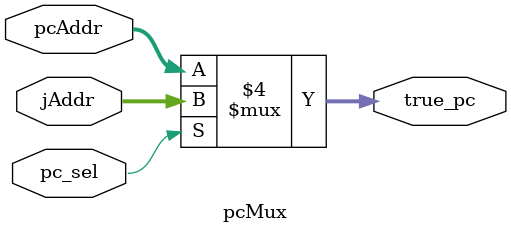
<source format=sv>
module pcMux(pcAddr, jAddr, pc_sel, true_pc);
    input pc_sel;
    input[31:0] pcAddr, jAddr;
    output reg[31:0] true_pc;

    always@(*)
    begin
        if(pc_sel == 1'b1)
        begin
            true_pc = jAddr;
        end
        else
        begin
            true_pc = pcAddr;
        end
    end
endmodule

</source>
